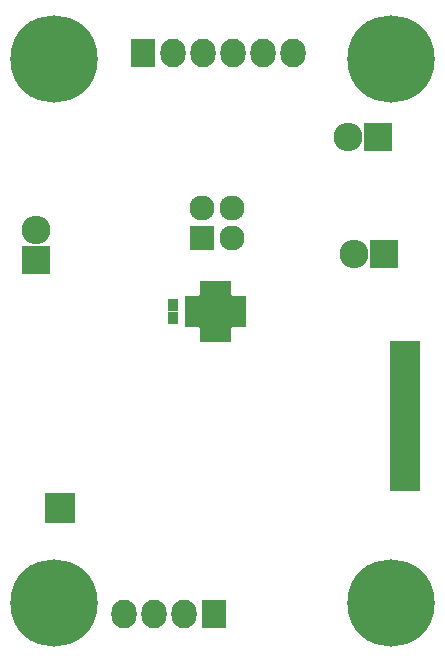
<source format=gbs>
G04 #@! TF.FileFunction,Soldermask,Bot*
%FSLAX46Y46*%
G04 Gerber Fmt 4.6, Leading zero omitted, Abs format (unit mm)*
G04 Created by KiCad (PCBNEW no-vcs-found-undefined) date Mon Oct 24 18:16:08 2016*
%MOMM*%
%LPD*%
G01*
G04 APERTURE LIST*
%ADD10C,0.100000*%
%ADD11R,0.900000X1.000000*%
%ADD12R,2.635200X2.635200*%
%ADD13R,2.127200X2.432000*%
%ADD14O,2.127200X2.432000*%
%ADD15R,2.127200X2.127200*%
%ADD16O,2.127200X2.127200*%
%ADD17R,2.432000X2.432000*%
%ADD18O,2.432000X2.432000*%
%ADD19R,0.750000X1.200000*%
%ADD20R,1.200000X0.750000*%
%ADD21R,1.650000X1.650000*%
%ADD22C,7.400000*%
G04 APERTURE END LIST*
D10*
D11*
X150525000Y-132800000D03*
X150525000Y-133900000D03*
D12*
X141000000Y-150000000D03*
X170180000Y-147320000D03*
X170180000Y-137160000D03*
D13*
X154000000Y-159000000D03*
D14*
X151460000Y-159000000D03*
X148920000Y-159000000D03*
X146380000Y-159000000D03*
D15*
X152985000Y-127140000D03*
D16*
X152985000Y-124600000D03*
X155525000Y-127140000D03*
X155525000Y-124600000D03*
D12*
X170180000Y-139700000D03*
X170180000Y-142240000D03*
X170180000Y-144780000D03*
D17*
X167894000Y-118554500D03*
D18*
X165354000Y-118554500D03*
D17*
X138938000Y-129032000D03*
D18*
X138938000Y-126492000D03*
D17*
X168402000Y-128460500D03*
D18*
X165862000Y-128460500D03*
D13*
X148000000Y-111500000D03*
D14*
X150540000Y-111500000D03*
X153080000Y-111500000D03*
X155620000Y-111500000D03*
X158160000Y-111500000D03*
X160700000Y-111500000D03*
D19*
X153150000Y-131350000D03*
X153800000Y-131350000D03*
X154450000Y-131350000D03*
X155100000Y-131350000D03*
D20*
X156125000Y-132375000D03*
X156125000Y-133025000D03*
X156125000Y-133675000D03*
X156125000Y-134325000D03*
D19*
X155100000Y-135350000D03*
X154450000Y-135350000D03*
X153800000Y-135350000D03*
X153150000Y-135350000D03*
D20*
X152125000Y-134325000D03*
X152125000Y-133675000D03*
X152125000Y-133025000D03*
X152125000Y-132375000D03*
D21*
X154750000Y-133975000D03*
X153500000Y-133975000D03*
X154750000Y-132725000D03*
X153500000Y-132725000D03*
D22*
X169000000Y-112000000D03*
X140500000Y-112000000D03*
X169000000Y-158000000D03*
X140500000Y-158000000D03*
M02*

</source>
